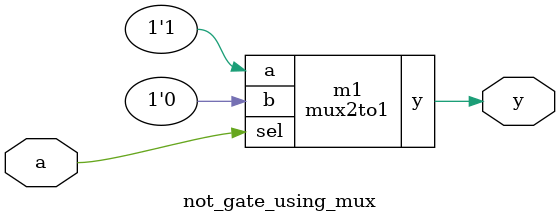
<source format=v>
module mux2to1(input a, input b, input sel, output y);
    assign y = sel ? b : a;
endmodule

module not_gate_using_mux(input a, output y);
    mux2to1 m1(.a(1'b1), .b(1'b0), .sel(a), .y(y));
endmodule
</source>
